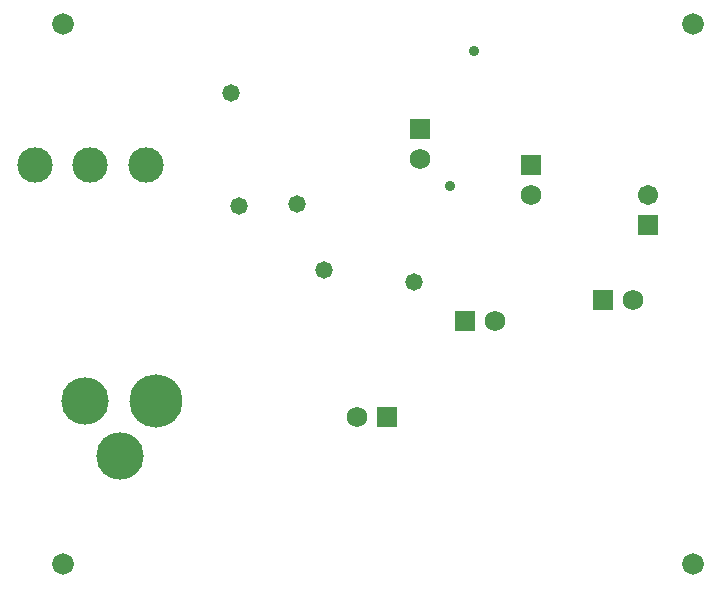
<source format=gbs>
G04 Layer_Color=16711935*
%FSLAX25Y25*%
%MOIN*%
G70*
G01*
G75*
%ADD37C,0.03500*%
%ADD63C,0.15800*%
%ADD64C,0.17729*%
%ADD65C,0.07200*%
%ADD66C,0.06800*%
%ADD67R,0.06800X0.06800*%
%ADD68C,0.06706*%
%ADD69R,0.06706X0.06706*%
%ADD70C,0.11824*%
%ADD71R,0.06800X0.06800*%
%ADD72C,0.05800*%
D37*
X157000Y191000D02*
D03*
X149000Y146000D02*
D03*
D63*
X27189Y74504D02*
D03*
X39000Y56000D02*
D03*
D64*
X50811Y74504D02*
D03*
D65*
X230000Y200000D02*
D03*
X20000D02*
D03*
X230000Y20000D02*
D03*
X20000D02*
D03*
D66*
X164000Y101000D02*
D03*
X118000Y69000D02*
D03*
X210000Y108000D02*
D03*
X139000Y155000D02*
D03*
X176000Y143000D02*
D03*
D67*
X154000Y101000D02*
D03*
X128000Y69000D02*
D03*
X200000Y108000D02*
D03*
D68*
X215000Y143000D02*
D03*
D69*
Y133000D02*
D03*
D70*
X10496Y153000D02*
D03*
X29000D02*
D03*
X47504D02*
D03*
D71*
X139000Y165000D02*
D03*
X176000Y153000D02*
D03*
D72*
X78500Y139500D02*
D03*
X76000Y177000D02*
D03*
X98000Y140000D02*
D03*
X107000Y118000D02*
D03*
X137000Y114000D02*
D03*
M02*

</source>
